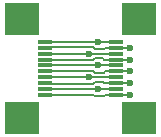
<source format=gtl>
G04*
G04 #@! TF.GenerationSoftware,Altium Limited,Altium Designer,18.1.9 (240)*
G04*
G04 Layer_Physical_Order=1*
G04 Layer_Color=3162822*
%FSLAX44Y44*%
%MOMM*%
G71*
G01*
G75*
%ADD12R,1.2000X0.3000*%
%ADD13R,3.0000X2.7000*%
%ADD16C,0.1500*%
%ADD17C,0.6000*%
D12*
X110100Y37500D02*
D03*
Y42500D02*
D03*
Y47500D02*
D03*
Y52500D02*
D03*
Y57500D02*
D03*
Y62500D02*
D03*
Y67500D02*
D03*
Y72500D02*
D03*
Y77500D02*
D03*
Y82500D02*
D03*
X49900Y82500D02*
D03*
Y77500D02*
D03*
Y72500D02*
D03*
Y67500D02*
D03*
Y62500D02*
D03*
Y57500D02*
D03*
Y52500D02*
D03*
Y47500D02*
D03*
Y42500D02*
D03*
Y37500D02*
D03*
D13*
X129900Y18200D02*
D03*
Y101800D02*
D03*
X30100D02*
D03*
Y18200D02*
D03*
D16*
X90500Y47000D02*
X92000Y48500D01*
X50400Y47000D02*
X90500D01*
Y58000D02*
X92000Y56499D01*
X50400Y58000D02*
X90500D01*
X49900Y77500D02*
X50400Y78000D01*
X90500D01*
X49900Y67500D02*
X50149Y67251D01*
X90752D01*
X92000Y68499D01*
X100000Y67499D02*
X122000D01*
X100000Y76499D02*
X101000Y77499D01*
X92000Y76499D02*
X100000D01*
X90500Y78000D02*
X92000Y76499D01*
X99000Y68499D02*
X100000Y67499D01*
X92000Y68499D02*
X99000D01*
X100000Y56499D02*
X101000Y57499D01*
X92000Y56499D02*
X100000D01*
X87502Y52499D02*
X110099D01*
X110100Y52501D01*
X87500D02*
X87502Y52499D01*
X52400Y52500D02*
X52400Y52501D01*
X87500D01*
X110100Y57499D02*
X122000D01*
X101000Y77499D02*
X122000D01*
X52400Y57499D02*
X52402Y57501D01*
X101000Y57499D02*
X110100D01*
X95000Y62501D02*
X110100D01*
X52400D02*
X95000D01*
X52400Y82501D02*
X95000D01*
X110100D01*
X87502Y72499D02*
X110099D01*
X110100Y72501D01*
X87500D02*
X87502Y72499D01*
X52400Y72501D02*
X87500D01*
X99000Y48499D02*
X100000Y47499D01*
X92000Y48499D02*
X99000D01*
X100000Y36500D02*
X101000Y37500D01*
X92000Y36500D02*
X100000D01*
X90999Y37501D02*
X92000Y36500D01*
X110100Y37500D02*
X122000D01*
Y47499D02*
X122000Y47499D01*
X110100Y47499D02*
X122000D01*
X101000Y37500D02*
X110100D01*
X100000Y47499D02*
X110100D01*
X52400Y42501D02*
X95000D01*
X110100D01*
X52402Y37501D02*
X90999D01*
X52400Y37499D02*
X52402Y37501D01*
X52400Y47499D02*
X52400Y47499D01*
D17*
X87500Y52501D02*
D03*
X122000Y57499D02*
D03*
Y67499D02*
D03*
Y77499D02*
D03*
X95000Y62501D02*
D03*
Y82501D02*
D03*
X87500Y72501D02*
D03*
X122000Y37499D02*
D03*
Y47499D02*
D03*
X95000Y42501D02*
D03*
M02*

</source>
